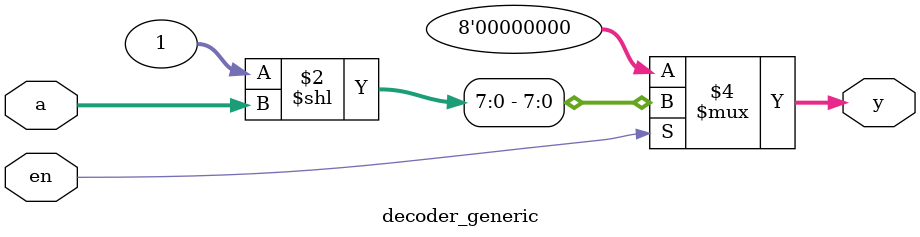
<source format=sv>
module decoder_generic #(parameter int WIDTH = 3)
(
    input logic [WIDTH-1:0] a,
    input logic en,
    output logic [(1 << WIDTH)-1:0] y // ширина выхода автоматически 
);
    always_comb
    begin
        if(en)
        y = 1 << a;
        else
        y = '0;                 //'0 = все биты нулём (очень полезно в SV)
    end
endmodule



</source>
